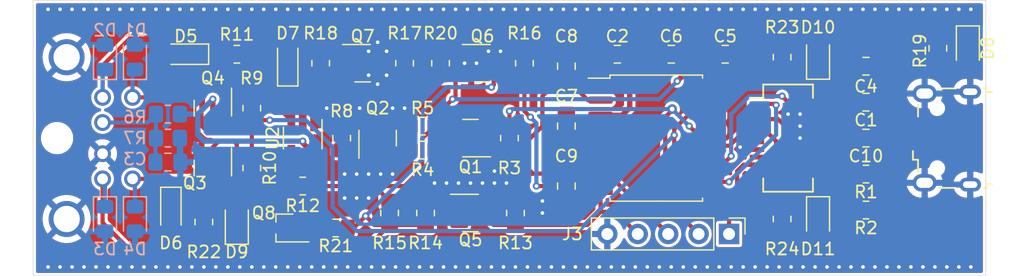
<source format=kicad_pcb>
(kicad_pcb (version 20211014) (generator pcbnew)
  (title_block (title "MiniRIB USB") (date "2022-10-12") (rev "C") (company "W3AXL") (comment 1 "USB adaption of the RLN4008B schematic"))
  (layers (0 "F.Cu" signal) (31 "B.Cu" signal) (34 "B.Paste" user) (35 "F.Paste" user) (36 "B.SilkS" user "B.Silkscreen") (37 "F.SilkS" user "F.Silkscreen") (38 "B.Mask" user) (39 "F.Mask" user) (44 "Edge.Cuts" user))
  (net 0 "")
  (net 1 "GND")
  (net 2 "+5V")
  (net 3 "Net-(C2-Pad1)")
  (net 4 "BIAS")
  (net 5 "TXD")
  (net 6 "Net-(C2-Pad2)")
  (net 7 "RXD")
  (net 8 "Net-(C7-Pad1)")
  (net 9 "BUS-")
  (net 10 "~{BUSY}")
  (net 11 "BUSY")
  (net 12 "BUS+")
  (net 13 "Net-(C7-Pad2)")
  (net 14 "+8V")
  (net 15 "-8V")
  (net 16 "Net-(C10-Pad1)")
  (net 18 "Net-(J1-Pad2)")
  (net 19 "Net-(J1-Pad3)")
  (net 20 "Net-(Q1-Pad1)")
  (net 21 "Net-(Q2-Pad1)")
  (net 22 "Net-(D5-Pad1)")
  (net 23 "Net-(D6-Pad1)")
  (net 24 "Net-(Q5-Pad1)")
  (net 25 "Net-(D7-Pad1)")
  (net 26 "Net-(Q6-Pad1)")
  (net 27 "Net-(D8-Pad2)")
  (net 28 "Net-(R1-Pad1)")
  (net 29 "Net-(R2-Pad2)")
  (net 30 "Net-(D9-Pad1)")
  (net 31 "Net-(D9-Pad2)")
  (net 32 "~{TXLED}")
  (net 33 "Net-(D10-Pad2)")
  (net 34 "~{RXLED}")
  (net 35 "Net-(D11-Pad2)")
  (net 36 "DTR")
  (net 37 "CTS")
  (net 38 "Net-(Q2-Pad3)")
  (net 39 "Net-(Q8-Pad1)")
  (net 40 "Net-(R8-Pad1)")
  (net 41 "~{DTR_TTL}")
  (net 43 "RXD_TTL")
  (net 44 "~{CTS_TTL}")
  (net 49 "TXD_TTL")
  (footprint "Resistor_SMD:R_0805_2012Metric_Pad1.20x1.40mm_HandSolder" (layer "F.Cu") (at 118.25 102.5 90)
    (fp_text reference "R10")
    (fp_text value "9k1")
  )
  (footprint "Capacitor_SMD:C_0805_2012Metric_Pad1.18x1.45mm_HandSolder" (layer "F.Cu") (at 144.5 99 -90)
    (fp_text reference "C7")
    (fp_text value "1uF")
  )
  (footprint "Package_SO:SOIC-16W_7.5x10.3mm_P1.27mm" (layer "F.Cu") (at 152 100)
    (fp_text reference "U3" hide)
    (fp_text value "MAX232")
  )
  (footprint "Capacitor_SMD:C_0805_2012Metric_Pad1.18x1.45mm_HandSolder" (layer "F.Cu") (at 144.5 104 90)
    (fp_text reference "C9")
    (fp_text value "1uF")
  )
  (footprint "Connector_USB:USB_Micro-B_Wuerth_629105150521" (layer "F.Cu") (at 176.245 100.005 90)
    (fp_text reference "J1" hide)
    (fp_text value "USB_B_Micro")
  )
  (footprint "Resistor_SMD:R_0805_2012Metric_Pad1.20x1.40mm_HandSolder" (layer "F.Cu") (at 139.75 100 -90)
    (fp_text reference "R3")
    (fp_text value "1k5")
  )
  (footprint "Resistor_SMD:R_0805_2012Metric_Pad1.20x1.40mm_HandSolder" (layer "F.Cu") (at 134 93.75 90)
    (fp_text reference "R20")
    (fp_text value "10k")
  )
  (footprint "Capacitor_SMD:C_0805_2012Metric_Pad1.18x1.45mm_HandSolder" (layer "F.Cu") (at 153.25 93 180)
    (fp_text reference "C6")
    (fp_text value "1uF")
  )
  (footprint "Resistor_SMD:R_0805_2012Metric_Pad1.20x1.40mm_HandSolder" (layer "F.Cu") (at 169.5 103)
    (fp_text reference "R1")
    (fp_text value "22")
  )
  (footprint "Resistor_SMD:R_0805_2012Metric_Pad1.20x1.40mm_HandSolder" (layer "F.Cu") (at 132.75 106.25 90)
    (fp_text reference "R14")
    (fp_text value "10k")
  )
  (footprint "Diode_SMD:D_0805_2012Metric_Pad1.15x1.40mm_HandSolder" (layer "F.Cu") (at 165.5 93.225 90)
    (fp_text reference "D10")
    (fp_text value "TXD")
  )
  (footprint "Capacitor_SMD:C_0805_2012Metric_Pad1.18x1.45mm_HandSolder" (layer "F.Cu") (at 144.5 94 90)
    (fp_text reference "C8")
    (fp_text value "1uF")
  )
  (footprint "Resistor_SMD:R_0805_2012Metric_Pad1.20x1.40mm_HandSolder" (layer "F.Cu") (at 162.5 93.25 -90)
    (fp_text reference "R23")
    (fp_text value "1k5")
  )
  (footprint "Diode_SMD:D_SOD-323_HandSoldering" (layer "F.Cu") (at 121.25 93.75 90)
    (fp_text reference "D7")
    (fp_text value "1N4148")
  )
  (footprint "Package_TO_SOT_SMD:SOT-23-5_HandSoldering" (layer "F.Cu") (at 122.5 100 -90)
    (fp_text reference "U2")
    (fp_text value "TL071")
  )
  (footprint "Resistor_SMD:R_0805_2012Metric_Pad1.20x1.40mm_HandSolder" (layer "F.Cu") (at 140.25 106.25 90)
    (fp_text reference "R13")
    (fp_text value "1k5")
  )
  (footprint "Package_TO_SOT_SMD:SOT-23" (layer "F.Cu") (at 128.75 100 90)
    (fp_text reference "Q2")
    (fp_text value "MMBT3904")
  )
  (footprint "Capacitor_SMD:C_0805_2012Metric_Pad1.18x1.45mm_HandSolder" (layer "F.Cu") (at 148.75 93)
    (fp_text reference "C2")
    (fp_text value "1uF")
  )
  (footprint "Capacitor_SMD:C_0805_2012Metric_Pad1.18x1.45mm_HandSolder" (layer "F.Cu") (at 169.5 100)
    (fp_text reference "C10")
    (fp_text value "0.1uF")
  )
  (footprint "Resistor_SMD:R_0805_2012Metric_Pad1.20x1.40mm_HandSolder" (layer "F.Cu") (at 129.75 106.25 90)
    (fp_text reference "R15")
    (fp_text value "10k")
  )
  (footprint "Resistor_SMD:R_0805_2012Metric_Pad1.20x1.40mm_HandSolder" (layer "F.Cu") (at 132.5 99 180)
    (fp_text reference "R5")
    (fp_text value "10k")
  )
  (footprint "Diode_SMD:D_SOD-323_HandSoldering" (layer "F.Cu") (at 111.5 106 -90)
    (fp_text reference "D6")
    (fp_text value "1N4148")
  )
  (footprint "Resistor_SMD:R_0805_2012Metric_Pad1.20x1.40mm_HandSolder" (layer "F.Cu") (at 125.25 107.5)
    (fp_text reference "R21")
    (fp_text value "1k5")
  )
  (footprint "Resistor_SMD:R_0805_2012Metric_Pad1.20x1.40mm_HandSolder" (layer "F.Cu") (at 122.5 104 180)
    (fp_text reference "R12")
    (fp_text value "10k")
  )
  (footprint "Resistor_SMD:R_0805_2012Metric_Pad1.20x1.40mm_HandSolder" (layer "F.Cu") (at 141 93.75 -90)
    (fp_text reference "R16")
    (fp_text value "4k7")
  )
  (footprint "Diode_SMD:D_0805_2012Metric_Pad1.15x1.40mm_HandSolder" (layer "F.Cu") (at 117 107 90)
    (fp_text reference "D9")
    (fp_text value "BUSY")
  )
  (footprint "Resistor_SMD:R_0805_2012Metric_Pad1.20x1.40mm_HandSolder" (layer "F.Cu") (at 169.5 106 180)
    (fp_text reference "R2")
    (fp_text value "22")
  )
  (footprint "Resistor_SMD:R_0805_2012Metric_Pad1.20x1.40mm_HandSolder" (layer "F.Cu") (at 117 93)
    (fp_text reference "R11")
    (fp_text value "47k")
  )
  (footprint "Resistor_SMD:R_0805_2012Metric_Pad1.20x1.40mm_HandSolder" (layer "F.Cu") (at 124 93.75 90)
    (fp_text reference "R18")
    (fp_text value "20k")
  )
  (footprint "Capacitor_SMD:C_0805_2012Metric_Pad1.18x1.45mm_HandSolder" (layer "F.Cu") (at 157.75 93)
    (fp_text reference "C5")
    (fp_text value "0.1uF")
  )
  (footprint "Resistor_SMD:R_0805_2012Metric_Pad1.20x1.40mm_HandSolder" (layer "F.Cu") (at 175.5 92.5 -90)
    (fp_text reference "R19")
    (fp_text value "1k5")
  )
  (footprint "Resistor_SMD:R_0805_2012Metric_Pad1.20x1.40mm_HandSolder" (layer "F.Cu") (at 162.5 106.75 -90)
    (fp_text reference "R24")
    (fp_text value "1k5")
  )
  (footprint "Package_TO_SOT_SMD:SOT-23" (layer "F.Cu") (at 115 102.5 -90)
    (fp_text reference "Q3")
    (fp_text value "MMBT3904")
  )
  (footprint "Capacitor_SMD:C_0805_2012Metric_Pad1.18x1.45mm_HandSolder" (layer "F.Cu") (at 169.5 97 180)
    (fp_text reference "C1")
    (fp_text value "4.7uF")
  )
  (footprint "Diode_SMD:D_0805_2012Metric_Pad1.15x1.40mm_HandSolder" (layer "F.Cu") (at 165.5 106.75 -90)
    (fp_text reference "D11")
    (fp_text value "RXD")
  )
  (footprint "Connector_PinHeader_2.54mm:PinHeader_1x05_P2.54mm_Vertical" (layer "F.Cu") (at 158.075 108 -90)
    (fp_text reference "J3")
    (fp_text value "RS232")
  )
  (footprint "Package_TO_SOT_SMD:SOT-23" (layer "F.Cu") (at 136.5 100 180)
    (fp_text reference "Q1")
    (fp_text value "MMBT3906")
  )
  (footprint "Resistor_SMD:R_0805_2012Metric_Pad1.20x1.40mm_HandSolder" (layer "F.Cu") (at 131 93.75 -90)
    (fp_text reference "R17")
    (fp_text value "4k7")
  )
  (footprint "Package_SO:SSOP-20_3.9x8.7mm_P0.635mm" (layer "F.Cu") (at 163 100)
    (fp_text reference "U1" hide)
    (fp_text value "FT231XS")
  )
  (footprint "Package_TO_SOT_SMD:SOT-323_SC-70_Handsoldering" (layer "F.Cu") (at 121 107.5 180)
    (fp_text reference "Q8")
    (fp_text value "BSS138W")
  )
  (footprint "Package_TO_SOT_SMD:SOT-23" (layer "F.Cu") (at 137.5 93.75)
    (fp_text reference "Q6")
    (fp_text value "MMBT3904")
  )
  (footprint "Package_TO_SOT_SMD:SOT-23" (layer "F.Cu") (at 115 97.5 -90)
    (fp_text reference "Q4")
    (fp_text value "MMBT3904")
  )
  (footprint "Package_TO_SOT_SMD:SOT-23" (layer "F.Cu") (at 136.5 106.25)
    (fp_text reference "Q5")
    (fp_text value "MMBT3906")
  )
  (footprint "Capacitor_SMD:C_0805_2012Metric_Pad1.18x1.45mm_HandSolder" (layer "F.Cu") (at 169.5 94 180)
    (fp_text reference "C4")
    (fp_text value "0.1uF")
  )
  (footprint "Diode_SMD:D_SOD-323_HandSoldering" (layer "F.Cu") (at 112.75 93 180)
    (fp_text reference "D5")
    (fp_text value "1N4148")
  )
  (footprint "Package_TO_SOT_SMD:SOT-23" (layer "F.Cu") (at 127.5 93.75)
    (fp_text reference "Q7")
    (fp_text value "MMBT3904")
  )
  (footprint "Resistor_SMD:R_0805_2012Metric_Pad1.20x1.40mm_HandSolder" (layer "F.Cu") (at 118.25 97.5 -90)
    (fp_text reference "R9")
    (fp_text value "9k1")
  )
  (footprint "Resistor_SMD:R_0805_2012Metric_Pad1.20x1.40mm_HandSolder" (layer "F.Cu") (at 132.5 101 180)
    (fp_text reference "R4")
    (fp_text value "10k")
  )
  (footprint "Diode_SMD:D_0805_2012Metric_Pad1.15x1.40mm_HandSolder" (layer "F.Cu") (at 178 92.5 -90)
    (fp_text reference "D8")
    (fp_text value "PWR")
  )
  (footprint "MiniRIB-USB:KMDGX-6S-BS" (layer "F.Cu") (at 102 100 90)
    (fp_text reference "J2" hide)
    (fp_text value "Mini-DIN-6-Shielded")
  )
  (footprint "Resistor_SMD:R_0805_2012Metric_Pad1.20x1.40mm_HandSolder" (layer "F.Cu") (at 125.75 100 -90)
    (fp_text reference "R8")
    (fp_text value "20k")
  )
  (footprint "Resistor_SMD:R_0805_2012Metric_Pad1.20x1.40mm_HandSolder" (layer "F.Cu") (at 114.25 107 90)
    (fp_text reference "R22")
    (fp_text value "1k5")
  )
  (footprint "Diode_SMD:D_0805_2012Metric_Pad1.15x1.40mm_HandSolder" (layer "B.Cu") (at 106 106.75 -90)
    (fp_text reference "D3")
    (fp_text value "D_TVS")
  )
  (footprint "Diode_SMD:D_0805_2012Metric_Pad1.15x1.40mm_HandSolder" (layer "B.Cu") (at 108.5 106.75 -90)
    (fp_text reference "D4")
    (fp_text value "D_TVS")
  )
  (footprint "Resistor_SMD:R_0805_2012Metric_Pad1.20x1.40mm_HandSolder" (layer "B.Cu") (at 111.25 100)
    (fp_text reference "R7")
    (fp_text value "10k")
  )
  (footprint "Resistor_SMD:R_0805_2012Metric_Pad1.20x1.40mm_HandSolder" (layer "B.Cu") (at 111.25 98 180)
    (fp_text reference "R6")
    (fp_text value "39k")
  )
  (footprint "Capacitor_SMD:C_0805_2012Metric_Pad1.18x1.45mm_HandSolder" (layer "B.Cu") (at 111.25 102)
    (fp_text reference "C3")
    (fp_text value "220pF")
  )
  (footprint "Diode_SMD:D_0805_2012Metric_Pad1.15x1.40mm_HandSolder" (layer "B.Cu") (at 106 93.25 90)
    (fp_text reference "D2")
    (fp_text value "D_TVS")
  )
  (footprint "Diode_SMD:D_0805_2012Metric_Pad1.15x1.40mm_HandSolder" (layer "B.Cu") (at 108.5 93.25 90)
    (fp_text reference "D1")
    (fp_text value "D_TVS")
  )
  (gr_poly (pts (xy 179.5 111.5) (xy 100 111.5) (xy 100 88.5) (xy 179.5 88.5)) (layer "Edge.Cuts") (width 0.05) (fill none))
  (via (at 144.25 110.75) (size 0.6) (drill 0.3) (layers "F.Cu" "B.Cu") (net 1))
  (via (at 173.25 110.75) (size 0.6) (drill 0.3) (layers "F.Cu" "B.Cu") (net 1))
  (via (at 171.25 89.25) (size 0.6) (drill 0.3) (layers "F.Cu" "B.Cu") (net 1))
  (via (at 142.25 110.75) (size 0.6) (drill 0.3) (layers "F.Cu" "B.Cu") (net 1))
  (via (at 137.5 103.75) (size 0.6) (drill 0.3) (layers "F.Cu" "B.Cu") (net 1))
  (via (at 122.25 89.25) (size 0.6) (drill 0.3) (layers "F.Cu" "B.Cu") (net 1))
  (via (at 148.25 110.75) (size 0.6) (drill 0.3) (layers "F.Cu" "B.Cu") (net 1))
  (via (at 143.25 110.75) (size 0.6) (drill 0.3) (layers "F.Cu" "B.Cu") (net 1))
  (via (at 142.25 89.25) (size 0.6) (drill 0.3) (layers "F.Cu" "B.Cu") (net 1))
  (via (at 124.25 110.75) (size 0.6) (drill 0.3) (layers "F.Cu" "B.Cu") (net 1))
  (via (at 170.25 89.25) (size 0.6) (drill 0.3) (layers "F.Cu" "B.Cu") (net 1))
  (via (at 178.25 110.75) (size 0.6) (drill 0.3) (layers "F.Cu" "B.Cu") (net 1))
  (via (at 123.25 110.75) (size 0.6) (drill 0.3) (layers "F.Cu" "B.Cu") (net 1))
  (via (at 111.25 89.25) (size 0.6) (drill 0.3) (layers "F.Cu" "B.Cu") (net 1))
  (via (at 158.25 110.75) (size 0.6) (drill 0.3) (layers "F.Cu" "B.Cu") (net 1))
  (via (at 128 92.75) (size 0.6) (drill 0.3) (layers "F.Cu" "B.Cu") (net 1))
  (via (at 105.25 110.75) (size 0.6) (drill 0.3) (layers "F.Cu" "B.Cu") (net 1))
  (via (at 125.25 89.25) (size 0.6) (drill 0.3) (layers "F.Cu" "B.Cu") (net 1))
  (via (at 174.25 110.75) (size 0.6) (drill 0.3) (layers "F.Cu" "B.Cu") (net 1))
  (via (at 156.25 89.25) (size 0.6) (drill 0.3) (layers "F.Cu" "B.Cu") (net 1))
  (via (at 113.25 89.25) (size 0.6) (drill 0.3) (layers "F.Cu" "B.Cu") (net 1))
  (via (at 121.25 110.75) (size 0.6) (drill 0.3) (layers "F.Cu" "B.Cu") (net 1))
  (via (at 142.5 105.25) (size 0.6) (drill 0.3) (layers "F.Cu" "B.Cu") (net 1))
  (via (at 161.25 110.75) (size 0.6) (drill 0.3) (layers "F.Cu" "B.Cu") (net 1))
  (via (at 109.25 89.25) (size 0.6) (drill 0.3) (layers "F.Cu" "B.Cu") (net 1))
  (via (at 140.25 110.75) (size 0.6) (drill 0.3) (layers "F.Cu" "B.Cu") (net 1))
  (via (at 177.25 110.75) (size 0.6) (drill 0.3) (layers "F.Cu" "B.Cu") (net 1))
  (via (at 116.25 89.25) (size 0.6) (drill 0.3) (layers "F.Cu" "B.Cu") (net 1))
  (via (at 173.25 89.25) (size 0.6) (drill 0.3) (layers "F.Cu" "B.Cu") (net 1))
  (via (at 106.25 89.25) (size 0.6) (drill 0.3) (layers "F.Cu" "B.Cu") (net 1))
  (via (at 101.25 89.25) (size 0.6) (drill 0.3) (layers "F.Cu" "B.Cu") (net 1))
  (via (at 126 103) (size 0.6) (drill 0.3) (layers "F.Cu" "B.Cu") (net 1))
  (via (at 172.25 89.25) (size 0.6) (drill 0.3) (layers "F.Cu" "B.Cu") (net 1))
  (via (at 120.25 110.75) (size 0.6) (drill 0.3) (layers "F.Cu" "B.Cu") (net 1))
  (via (at 139.25 110.75) (size 0.6) (drill 0.3) (layers "F.Cu" "B.Cu") (net 1))
  (via (at 144.25 89.25) (size 0.6) (drill 0.3) (layers "F.Cu" "B.Cu") (net 1))
  (via (at 151.25 110.75) (size 0.6) (drill 0.3) (layers "F.Cu" "B.Cu") (net 1))
  (via (at 168.25 89.25) (size 0.6) (drill 0.3) (layers "F.Cu" "B.Cu") (net 1))
  (via (at 126.25 89.25) (size 0.6) (drill 0.3) (layers "F.Cu" "B.Cu") (net 1))
  (via (at 153.25 89.25) (size 0.6) (drill 0.3) (layers "F.Cu" "B.Cu") (net 1))
  (via (at 102.25 89.25) (size 0.6) (drill 0.3) (layers "F.Cu" "B.Cu") (net 1))
  (via (at 134.25 89.25) (size 0.6) (drill 0.3) (layers "F.Cu" "B.Cu") (net 1))
  (via (at 167.25 110.75) (size 0.6) (drill 0.3) (layers "F.Cu" "B.Cu") (net 1))
  (via (at 177.25 89.25) (size 0.6) (drill 0.3) (layers "F.Cu" "B.Cu") (net 1))
  (via (at 165.25 110.75) (size 0.6) (drill 0.3) (layers "F.Cu" "B.Cu") (net 1))
  (via (at 132.25 89.25) (size 0.6) (drill 0.3) (layers "F.Cu" "B.Cu") (net 1))
  (via (at 119.25 110.75) (size 0.6) (drill 0.3) (layers "F.Cu" "B.Cu") (net 1))
  (via (at 129 103) (size 0.6) (drill 0.3) (layers "F.Cu" "B.Cu") (net 1))
  (via (at 169.25 89.25) (size 0.6) (drill 0.3) (layers "F.Cu" "B.Cu") (net 1))
  (via (at 108.25 110.75) (size 0.6) (drill 0.3) (layers "F.Cu" "B.Cu") (net 1))
  (via (at 128.25 89.25) (size 0.6) (drill 0.3) (layers "F.Cu" "B.Cu") (net 1))
  (via (at 121.25 89.25) (size 0.6) (drill 0.3) (layers "F.Cu" "B.Cu") (net 1))
  (via (at 159.25 89.25) (size 0.6) (drill 0.3) (layers "F.Cu" "B.Cu") (net 1))
  (via (at 123.25 89.25) (size 0.6) (drill 0.3) (layers "F.Cu" "B.Cu") (net 1))
  (via (at 148.25 89.25) (size 0.6) (drill 0.3) (layers "F.Cu" "B.Cu") (net 1))
  (via (at 176.25 110.75) (size 0.6) (drill 0.3) (layers "F.Cu" "B.Cu") (net 1))
  (via (at 136.5 103.75) (size 0.6) (drill 0.3) (layers "F.Cu" "B.Cu") (net 1))
  (via (at 178.25 89.25) (size 0.6) (drill 0.3) (layers "F.Cu" "B.Cu") (net 1))
  (via (at 137.25 89.25) (size 0.6) (drill 0.3) (layers "F.Cu" "B.Cu") (net 1))
  (via (at 135.5 103.75) (size 0.6) (drill 0.3) (layers "F.Cu" "B.Cu") (net 1))
  (via (at 131 97.5) (size 0.6) (drill 0.3) (layers "F.Cu" "B.Cu") (net 1))
  (via (at 133.25 89.25) (size 0.6) (drill 0.3) (layers "F.Cu" "B.Cu") (net 1))
  (via (at 138.5 102.75) (size 0.6) (drill 0.3) (layers "F.Cu" "B.Cu") (net 1))
  (via (at 105.25 89.25) (size 0.6) (drill 0.3) (layers "F.Cu" "B.Cu") (net 1))
  (via (at 115.25 89.25) (size 0.6) (drill 0.3) (layers "F.Cu" "B.Cu") (net 1))
  (via (at 141.25 110.75) (size 0.6) (drill 0.3) (layers "F.Cu" "B.Cu") (net 1))
  (via (at 110.25 110.75) (size 0.6) (drill 0.3) (layers "F.Cu" "B.Cu") (net 1))
  (via (at 118.25 89.25) (size 0.6) (drill 0.3) (layers "F.Cu" "B.Cu") (net 1))
  (via (at 114.25 89.25) (size 0.6) (drill 0.3) (layers "F.Cu" "B.Cu") (net 1))
  (via (at 128.75 95.5) (size 0.6) (drill 0.3) (layers "F.Cu" "B.Cu") (net 1))
  (via (at 136.25 110.75) (size 0.6) (drill 0.3) (layers "F.Cu" "B.Cu") (net 1))
  (via (at 104.25 89.25) (size 0.6) (drill 0.3) (layers "F.Cu" "B.Cu") (net 1))
  (via (at 168.25 110.75) (size 0.6) (drill 0.3) (layers "F.Cu" "B.Cu") (net 1))
  (via (at 116.25 110.75) (size 0.6) (drill 0.3) (layers "F.Cu" "B.Cu") (net 1))
  (via (at 129.25 110.75) (size 0.6) (drill 0.3) (layers "F.Cu" "B.Cu") (net 1))
  (via (at 143.25 89.25) (size 0.6) (drill 0.3) (layers "F.Cu" "B.Cu") (net 1))
  (via (at 159.25 110.75) (size 0.6) (drill 0.3) (layers "F.Cu" "B.Cu") (net 1))
  (via (at 155.25 110.75) (size 0.6) (drill 0.3) (layers "F.Cu" "B.Cu") (net 1))
  (via (at 161.25 89.25) (size 0.6) (drill 0.3) (layers "F.Cu" "B.Cu") (net 1))
  (via (at 155.25 89.25) (size 0.6) (drill 0.3) (layers "F.Cu" "B.Cu") (net 1))
  (via (at 166.25 89.25) (size 0.6) (drill 0.3) (layers "F.Cu" "B.Cu") (net 1))
  (via (at 164 99) (size 0.6) (drill 0.3) (layers "F.Cu" "B.Cu") (net 1))
  (via (at 147.25 89.25) (size 0.6) (drill 0.3) (layers "F.Cu" "B.Cu") (net 1))
  (via (at 136.25 89.25) (size 0.6) (drill 0.3) (layers "F.Cu" "B.Cu") (net 1))
  (via (at 176.25 89.25) (size 0.6) (drill 0.3) (layers "F.Cu" "B.Cu") (net 1))
  (via (at 127 103) (size 0.6) (drill 0.3) (layers "F.Cu" "B.Cu") (net 1))
  (via (at 151.25 89.25) (size 0.6) (drill 0.3) (layers "F.Cu" "B.Cu") (net 1))
  (via (at 128.75 92) (size 0.6) (drill 0.3) (layers "F.Cu" "B.Cu") (net 1))
  (via (at 107.25 110.75) (size 0.6) (drill 0.3) (layers "F.Cu" "B.Cu") (net 1))
  (via (at 172.25 110.75) (size 0.6) (drill 0.3) (layers "F.Cu" "B.Cu") (net 1))
  (via (at 126.25 110.75) (size 0.6) (drill 0.3) (layers "F.Cu" "B.Cu") (net 1))
  (via (at 147.25 110.75) (size 0.6) (drill 0.3) (layers "F.Cu" "B.Cu") (net 1))
  (via (at 136 93.75) (size 0.6) (drill 0.3) (layers "F.Cu" "B.Cu") (net 1))
  (via (at 124.25 89.25) (size 0.6) (drill 0.3) (layers "F.Cu" "B.Cu") (net 1))
  (via (at 169.25 110.75) (size 0.6) (drill 0.3) (layers "F.Cu" "B.Cu") (net 1))
  (via (at 138 92.75) (size 0.6) (drill 0.3) (layers "F.Cu" "B.Cu") (net 1))
  (via (at 133.5 103.75) (size 0.6) (drill 0.3) (layers "F.Cu" "B.Cu") (net 1))
  (via (at 103.25 89.25) (size 0.6) (drill 0.3) (layers "F.Cu" "B.Cu") (net 1))
  (via (at 117.25 110.75) (size 0.6) (drill 0.3) (layers "F.Cu" "B.Cu") (net 1))
  (via (at 164.25 89.25) (size 0.6) (drill 0.3) (layers "F.Cu" "B.Cu") (net 1))
  (via (at 135.25 110.75) (size 0.6) (drill 0.3) (layers "F.Cu" "B.Cu") (net 1))
  (via (at 129.5 94.75) (size 0.6) (drill 0.3) (layers "F.Cu" "B.Cu") (net 1))
  (via (at 157.25 110.75) (size 0.6) (drill 0.3) (layers "F.Cu" "B.Cu") (net 1))
  (via (at 114.25 110.75) (size 0.6) (drill 0.3) (layers "F.Cu" "B.Cu") (net 1))
  (via (at 133.25 110.75) (size 0.6) (drill 0.3) (layers "F.Cu" "B.Cu") (net 1))
  (via (at 130.25 89.25) (size 0.6) (drill 0.3) (layers "F.Cu" "B.Cu") (net 1))
  (via (at 104.25 110.75) (size 0.6) (drill 0.3) (layers "F.Cu" "B.Cu") (net 1))
  (via (at 149.25 89.25) (size 0.6) (drill 0.3) (layers "F.Cu" "B.Cu") (net 1))
  (via (at 131.25 89.25) (size 0.6) (drill 0.3) (layers "F.Cu" "B.Cu") (net 1))
  (via (at 145.25 110.75) (size 0.6) (drill 0.3) (layers "F.Cu" "B.Cu") (net 1))
  (via (at 160.25 89.25) (size 0.6) (drill 0.3) (layers "F.Cu" "B.Cu") (net 1))
  (via (at 112.25 89.25) (size 0.6) (drill 0.3) (layers "F.Cu" "B.Cu") (net 1))
  (via (at 111.25 110.75) (size 0.6) (drill 0.3) (layers "F.Cu" "B.Cu") (net 1))
  (via (at 152.25 110.75) (size 0.6) (drill 0.3) (layers "F.Cu" "B.Cu") (net 1))
  (via (at 164.25 110.75) (size 0.6) (drill 0.3) (layers "F.Cu" "B.Cu") (net 1))
  (via (at 141.25 89.25) (size 0.6) (drill 0.3) (layers "F.Cu" "B.Cu") (net 1))
  (via (at 137 93.75) (size 0.6) (drill 0.3) (layers "F.Cu" "B.Cu") (net 1))
  (via (at 137.25 110.75) (size 0.6) (drill 0.3) (layers "F.Cu" "B.Cu") (net 1))
  (via (at 128.25 110.75) (size 0.6) (drill 0.3) (layers "F.Cu" "B.Cu") (net 1))
  (via (at 149.25 110.75) (size 0.6) (drill 0.3) (layers "F.Cu" "B.Cu") (net 1))
  (via (at 129.25 89.25) (size 0.6) (drill 0.3) (layers "F.Cu" "B.Cu") (net 1))
  (via (at 135.25 89.25) (size 0.6) (drill 0.3) (layers "F.Cu" "B.Cu") (net 1))
  (via (at 130 97.5) (size 0.6) (drill 0.3) (layers "F.Cu" "B.Cu") (net 1))
  (via (at 175.25 89.25) (size 0.6) (drill 0.3) (layers "F.Cu" "B.Cu") (net 1))
  (via (at 150.25 110.75) (size 0.6) (drill 0.3) (layers "F.Cu" "B.Cu") (net 1))
  (via (at 138.5 103.75) (size 0.6) (drill 0.3) (layers "F.Cu" "B.Cu") (net 1))
  (via (at 131.25 110.75) (size 0.6) (drill 0.3) (layers "F.Cu" "B.Cu") (net 1))
  (via (at 156.25 110.75) (size 0.6) (drill 0.3) (layers "F.Cu" "B.Cu") (net 1))
  (via (at 128 94.75) (size 0.6) (drill 0.3) (layers "F.Cu" "B.Cu") (net 1))
  (via (at 112.25 110.75) (size 0.6) (drill 0.3) (layers "F.Cu" "B.Cu") (net 1))
  (via (at 175.25 110.75) (size 0.6) (drill 0.3) (layers "F.Cu" "B.Cu") (net 1))
  (via (at 160.25 110.75) (size 0.6) (drill 0.3) (layers "F.Cu" "B.Cu") (net 1))
  (via (at 162.25 89.25) (size 0.6) (drill 0.3) (layers "F.Cu" "B.Cu") (net 1))
  (via (at 138.25 110.75) (size 0.6) (drill 0.3) (layers "F.Cu" "B.Cu") (net 1))
  (via (at 138.25 89.25) (size 0.6) (drill 0.3) (layers "F.Cu" "B.Cu") (net 1))
  (via (at 130 103) (size 0.6) (drill 0.3) (layers "F.Cu" "B.Cu") (net 1))
  (via (at 134.25 110.75) (size 0.6) (drill 0.3) (layers "F.Cu" "B.Cu") (net 1))
  (via (at 150.25 89.25) (size 0.6) (drill 0.3) (layers "F.Cu" "B.Cu") (net 1))
  (via (at 142.5 106.25) (size 0.6) (drill 0.3) (layers "F.Cu" "B.Cu") (net 1))
  (via (at 127.25 97.5) (size 0.6) (drill 0.3) (layers "F.Cu" "B.Cu") (net 1))
  (via (at 159 100.75) (size 0.6) (drill 0.3) (layers "F.Cu" "B.Cu") (net 1))
  (via (at 139 92.75) (size 0.6) (drill 0.3) (layers "F.Cu" "B.Cu") (net 1))
  (via (at 120.25 89.25) (size 0.6) (drill 0.3) (layers "F.Cu" "B.Cu") (net 1))
  (via (at 108.25 89.25) (size 0.6) (drill 0.3) (layers "F.Cu" "B.Cu") (net 1))
  (via (at 107.25 89.25) (size 0.6) (drill 0.3) (layers "F.Cu" "B.Cu") (net 1))
  (via (at 139.5 103.75) (size 0.6) (drill 0.3) (layers "F.Cu" "B.Cu") (net 1))
  (via (at 118.25 110.75) (size 0.6) (drill 0.3) (layers "F.Cu" "B.Cu") (net 1))
  (via (at 134.5 103.75) (size 0.6) (drill 0.3) (layers "F.Cu" "B.Cu") (net 1))
  (via (at 129.5 92.75) (size 0.6) (drill 0.3) (layers "F.Cu" "B.Cu") (net 1))
  (via (at 171.25 110.75) (size 0.6) (drill 0.3) (layers "F.Cu" "B.Cu") (net 1))
  (via (at 146.25 110.75) (size 0.6) (drill 0.3) (layers "F.Cu" "B.Cu") (net 1))
  (via (at 162.25 110.75) (size 0.6) (drill 0.3) (layers "F.Cu" "B.Cu") (net 1))
  (via (at 128 105) (size 0.6) (drill 0.3) (layers "F.Cu" "B.Cu") (net 1))
  (via (at 163 98) (size 0.6) (drill 0.3) (layers "F.Cu" "B.Cu") (net 1))
  (via (at 153.25 110.75) (size 0.6) (drill 0.3) (layers "F.Cu" "B.Cu") (net 1))
  (via (at 164 98) (size 0.6) (drill 0.3) (layers "F.Cu" "B.Cu") (net 1))
  (via (at 127 105) (size 0.6) (drill 0.3) (layers "F.Cu" "B.Cu") (net 1))
  (via (at 101.25 110.75) (size 0.6) (drill 0.3) (layers "F.Cu" "B.Cu") (net 1))
  (via (at 124.5 97.5) (size 0.6) (drill 0.3) (layers "F.Cu" "B.Cu") (net 1))
  (via (at 117.25 89.25) (size 0.6) (drill 0.3) (layers "F.Cu" "B.Cu") (net 1))
  (via (at 140.25 89.25) (size 0.6) (drill 0.3) (layers "F.Cu" "B.Cu") (net 1))
  (via (at 130.25 110.75) (size 0.6) (drill 0.3) (layers "F.Cu" "B.Cu") (net 1))
  (via (at 154.25 89.25) (size 0.6) (drill 0.3) (layers "F.Cu" "B.Cu") (net 1))
  (via (at 165.25 89.25) (size 0.6) (drill 0.3) (layers "F.Cu" "B.Cu") (net 1))
  (via (at 115.25 110.75) (size 0.6) (drill 0.3) (layers "F.Cu" "B.Cu") (net 1))
  (via (at 122.25 110.75) (size 0.6) (drill 0.3) (layers "F.Cu" "B.Cu") (net 1))
  (via (at 132.25 110.75) (size 0.6) (drill 0.3) (layers "F.Cu" "B.Cu") (net 1))
  (via (at 157.25 89.25) (size 0.6) (drill 0.3) (layers "F.Cu" "B.Cu") (net 1))
  (via (at 170.25 110.75) (size 0.6) (drill 0.3) (layers "F.Cu" "B.Cu") (net 1))
  (via (at 164 100) (size 0.6) (drill 0.3) (layers "F.Cu" "B.Cu") (net 1))
  (via (at 146.25 89.25) (size 0.6) (drill 0.3) (layers "F.Cu" "B.Cu") (net 1))
  (via (at 139.25 89.25) (size 0.6) (drill 0.3) (layers "F.Cu" "B.Cu") (net 1))
  (via (at 102.25 110.75) (size 0.6) (drill 0.3) (layers "F.Cu" "B.Cu") (net 1))
  (via (at 167.25 89.25) (size 0.6) (drill 0.3) (layers "F.Cu" "B.Cu") (net 1))
  (via (at 119.25 89.25) (size 0.6) (drill 0.3) (layers "F.Cu" "B.Cu") (net 1))
  (via (at 158.25 89.25) (size 0.6) (drill 0.3) (layers "F.Cu" "B.Cu") (net 1))
  (via (at 127.25 110.75) (size 0.6) (drill 0.3) (layers "F.Cu" "B.Cu") (net 1))
  (via (at 166.25 110.75) (size 0.6) (drill 0.3) (layers "F.Cu" "B.Cu") (net 1))
  (via (at 106.25 110.75) (size 0.6) (drill 0.3) (layers "F.Cu" "B.Cu") (net 1))
  (via (at 103.25 110.75) (size 0.6) (drill 0.3) (layers "F.Cu" "B.Cu") (net 1))
  (via (at 110.25 89.25) (size 0.6) (drill 0.3) (layers "F.Cu" "B.Cu") (net 1))
  (via (at 145.25 89.25) (size 0.6) (drill 0.3) (layers "F.Cu" "B.Cu") (net 1))
  (via (at 152.25 89.25) (size 0.6) (drill 0.3) (layers "F.Cu" "B.Cu") (net 1))
  (via (at 113.25 110.75) (size 0.6) (drill 0.3) (layers "F.Cu" "B.Cu") (net 1))
  (via (at 154.25 110.75) (size 0.6) (drill 0.3) (layers "F.Cu" "B.Cu") (net 1))
  (via (at 127.25 89.25) (size 0.6) (drill 0.3) (layers "F.Cu" "B.Cu") (net 1))
  (via (at 163.25 89.25) (size 0.6) (drill 0.3) (layers "F.Cu" "B.Cu") (net 1))
  (via (at 126 105) (size 0.6) (drill 0.3) (layers "F.Cu" "B.Cu") (net 1))
  (via (at 125.25 110.75) (size 0.6) (drill 0.3) (layers "F.Cu" "B.Cu") (net 1))
  (via (at 163.25 110.75) (size 0.6) (drill 0.3) (layers "F.Cu" "B.Cu") (net 1))
  (via (at 109.25 110.75) (size 0.6) (drill 0.3) (layers "F.Cu" "B.Cu") (net 1))
  (via (at 174.25 89.25) (size 0.6) (drill 0.3) (layers "F.Cu" "B.Cu") (net 1))
  (via (at 128 103) (size 0.6) (drill 0.3) (layers "F.Cu" "B.Cu") (net 1))
  (segment (start 174.345 101.305) (end 175.445 101.305) (width 0.45) (layer "F.Cu") (net 2))
  (segment (start 122 105.5) (end 123.5 104) (width 0.35) (layer "F.Cu") (net 2))
  (segment (start 175.445 101.305) (end 176.5 100.25) (width 0.45) (layer "F.Cu") (net 2))
  (segment (start 156.65 95.555) (end 156.65 93.0625) (width 0.45) (layer "F.Cu") (net 2))
  (segment (start 166.55 100.3175) (end 167.5 99.3675) (width 0.35) (layer "F.Cu") (net 2))
  (segment (start 156.65 93.0625) (end 156.7125 93) (width 0.45) (layer "F.Cu") (net 2))
  (segment (start 123.45 101.35) (end 123.45 103.95) (width 0.35) (layer "F.Cu") (net 2))
  (segment (start 133.5 99) (end 132.47452 100.02548) (width 0.35) (layer "F.Cu") (net 2))
  (segment (start 176.5 108) (end 175.25 109.25) (width 0.45) (layer "F.Cu") (net 2))
  (segment (start 176.5 95) (end 176 94.5) (width 0.45) (layer "F.Cu") (net 2))
  (segment (start 175.5 94) (end 176 94.5) (width 0.35) (layer "F.Cu") (net 2))
  (segment (start 156.65 95.555) (end 161.195 95.555) (width 0.45) (layer "F.Cu") (net 2))
  (segment (start 168.4625 96.0375) (end 168.4625 97) (width 0.45) (layer "F.Cu") (net 2))
  (segment (start 116.3 104.977817) (end 117.977817 104.977817) (width 0.35) (layer "F.Cu") (net 2))
  (segment (start 169 95.5) (end 168.4625 94.9625) (width 0.45) (layer "F.Cu") (net 2))
  (segment (start 175.481761 101.305) (end 176.5 102.323239) (width 0.45) (layer "F.Cu") (net 2))
  (segment (start 123.45 103.95) (end 123.5 104) (width 0.35) (layer "F.Cu") (net 2))
  (segment (start 169 95.5) (end 168.4625 96.0375) (width 0.45) (layer "F.Cu") (net 2))
  (segment (start 133.5 99) (end 133.5 98.25) (width 0.35) (layer "F.Cu") (net 2))
  (segment (start 134.683204 93.75) (end 135.25 94.316796) (width 0.35) (layer "F.Cu") (net 2))
  (segment (start 154.2875 93) (end 154.2875 94.7125) (width 0.45) (layer "F.Cu") (net 2))
  (segment (start 131 104) (end 128.5 104) (width 0.35) (layer "F.Cu") (net 2))
  (segment (start 165.6 100.3175) (end 166.55 100.3175) (width 0.35) (layer "F.Cu") (net 2))
  (segment (start 175.25 109.25) (end 164 109.25) (width 0.45) (layer "F.Cu") (net 2))
  (segment (start 167.5 97.9625) (end 168.4625 97) (width 0.35) (layer "F.Cu") (net 2))
  (segment (start 128.4375 93.75) (end 134.683204 93.75) (width 0.35) (layer "F.Cu") (net 2))
  (segment (start 163.24952 93.25048) (end 162.5 94) (width 0.45) (layer "F.Cu") (net 2))
  (segment (start 167.71298 93.25048) (end 163.24952 93.25048) (width 0.45) (layer "F.Cu") (net 2))
  (segment (start 135.25 96.5) (end 135 96.75) (width 0.35) (layer "F.Cu") (net 2))
  (segment (start 168.4625 94) (end 167.71298 93.25048) (width 0.45) (layer "F.Cu") (net 2))
  (segment (start 129.75 105.25) (end 128.5 104) (width 0.35) (layer "F.Cu") (net 2))
  (segment (start 167.5 99.3675) (end 167.5 97.9625) (width 0.35) (layer "F.Cu") (net 2))
  (segment (start 132.47452 100.02548) (end 132.47452 102.52548) (width 0.35) (layer "F.Cu") (net 2))
  (segment (start 164 109.25) (end 162.5 107.75) (width 0.45) (layer "F.Cu") (net 2))
  (segment (start 122.5 100.25) (end 122.5 100.4) (width 0.45) (layer "F.Cu") (net 2))
  (segment (start 135.25 94.316796) (end 135.25 96.5) (width 0.35) (layer "F.Cu") (net 2))
  (segment (start 176 94.5) (end 173 94.5) (width 0.45) (layer "F.Cu") (net 2))
  (segment (start 175.445 101.305) (end 175.481761 101.305) (width 0.45) (layer "F.Cu") (net 2))
  (segment (start 168.4625 94.9625) (end 168.4625 94) (width 0.45) (layer "F.Cu") (net 2))
  (segment (start 172 95.5) (end 169 95.5) (width 0.45) (layer "F.Cu") (net 2))
  (segment (start 176.5 102.323239) (end 176.5 108) (width 0.45) (layer "F.Cu") (net 2))
  (segment (start 132.47452 102.52548) (end 131 104) (width 0.35) (layer "F.Cu") (net 2))
  (segment (start 161.195 95.555) (end 162.5 94.25) (width 0.45) (layer "F.Cu") (net 2))
  (segment (start 154.2875 94.7125) (end 153.75 95.25) (width 0.45) (layer "F.Cu") (net 2))
  (segment (start 114.25 106) (end 115.277818 106) (width 0.35) (layer "F.Cu") (net 2))
  (segment (start 122.5 100.4) (end 123.45 101.35) (width 0.45) (layer "F.Cu") (net 2))
  (segment (start 115 96.75) (end 115 98.4375) (width 0.45) (layer "F.Cu") (net 2))
  (segment (start 128.5 104) (end 123.5 104) (width 0.35) (layer "F.Cu") (net 2))
  (segment (start 118.5 105.5) (end 122 105.5) (width 0.35) (layer "F.Cu") (net 2))
  (segment (start 173 94.5) (end 172 95.5) (width 0.45) (layer "F.Cu") (net 2))
  (segment (start 175.5 93.5) (end 175.5 94) (width 0.35) (layer "F.Cu") (net 2))
  (segment (start 162.5 94) (end 162.5 94.25) (width 0.45) (layer "F.Cu") (net 2))
  (segment (start 115.277818 106) (end 116.3 104.977817) (width 0.35) (layer "F.Cu") (net 2))
  (segment (start 133.5 98.25) (end 135 96.75) (width 0.35) (layer "F.Cu") (net 2))
  (segment (start 176.5 100.25) (end 176.5 95) (width 0.45) (layer "F.Cu") (net 2))
  (segment (start 117.977817 104.977817) (end 118.5 105.5) (width 0.35) (layer "F.Cu") (net 2))
  (segment (start 156.7125 93) (end 154.2875 93) (width 0.45) (layer "F.Cu") (net 2))
  (via (at 135 96.75) (size 0.6) (drill 0.3) (layers "F.Cu" "B.Cu") (net 2))
  (via (at 153.75 95.25) (size 0.6) (drill 0.3) (layers "F.Cu" "B.Cu") (net 2))
  (via (at 115 96.75) (size 0.6) (drill 0.3) (layers "F.Cu" "B.Cu") (net 2))
  (via (at 122.5 100.25) (size 0.6) (drill 0.3) (layers "F.Cu" "B.Cu") (net 2))
  (segment (start 152.25 96.75) (end 153.75 95.25) (width 0.35) (layer "B.Cu") (net 2))
  (segment (start 113.75 99.75) (end 114.25 100.25) (width 0.45) (layer "B.Cu") (net 2))
  (segment (start 113.75 98) (end 115 96.75) (width 0.45) (layer "B.Cu") (net 2))
  (segment (start 113.75 98) (end 113.75 99.75) (width 0.45) (layer "B.Cu") (net 2))
  (segment (start 135 96.75) (end 152.25 96.75) (width 0.35) (layer "B.Cu") (net 2))
  (segment (start 114.25 100.25) (end 122.5 100.25) (width 0.45) (layer "B.Cu") (net 2))
  (segment (start 112.25 98) (end 113.75 98) (width 0.45) (layer "B.Cu") (net 2))
  (segment (start 147.7125 93) (end 147.7125 95.1925) (width 0.35) (layer "F.Cu") (net 3))
  (segment (start 147.7125 95.1925) (end 147.35 95.555) (width 0.35) (layer "F.Cu") (net 3))
  (segment (start 110.25 100) (end 110.25 98) (width 0.35) (layer "B.Cu") (net 4))
  (segment (start 109.55 98.7) (end 110.25 98) (width 0.35) (layer "B.Cu") (net 4))
  (segment (start 105.8 98.7) (end 109.55 98.7) (width 0.35) (layer "B.Cu") (net 4))
  (segment (start 110.2125 100.0375) (end 110.25 100) (width 0.35) (layer "B.Cu") (net 4))
  (segment (start 110.2125 102) (end 110.2125 100.0375) (width 0.35) (layer "B.Cu") (net 4))
  (segment (start 153.5 104.25) (end 155 105.75) (width 0.35) (layer "F.Cu") (net 5))
  (segment (start 158.075 106.325) (end 158.075 108) (width 0.35) (layer "F.Cu") (net 5))
  (segment (start 118.25 98.5) (end 118.25 101.5) (width 0.35) (layer "F.Cu") (net 5))
  (segment (start 154.655 98.095) (end 153.5 99.25) (width 0.35) (layer "F.Cu") (net 5))
  (segment (start 155 105.75) (end 157.5 105.75) (width 0.35) (layer "F.Cu") (net 5))
  (segment (start 153.5 99.75) (end 153.5 104.25) (width 0.35) (layer "F.Cu") (net 5))
  (segment (start 157.5 105.75) (end 158.075 106.325) (width 0.35) (layer "F.Cu") (net 5))
  (segment (start 153.5 99.25) (end 153.5 99.75) (width 0.35) (layer "F.Cu") (net 5))
  (segment (start 156.65 98.095) (end 154.655 98.095) (width 0.35) (layer "F.Cu") (net 5))
  (segment (start 118.25 98.5) (end 119.75 98.5) (width 0.35) (layer "F.Cu") (net 5))
  (via (at 119.75 98.5) (size 0.6) (drill 0.3) (layers "F.Cu" "B.Cu") (net 5))
  (via (at 153.5 99.75) (size 0.6) (drill 0.3) (layers "F.Cu" "B.Cu") (net 5))
  (segment (start 127 107.75) (end 125 105.75) (width 0.35) (layer "B.Cu") (net 5))
  (segment (start 125 105.75) (end 125 100.75) (width 0.35) (layer "B.Cu") (net 5))
  (segment (start 122.75 98.5) (end 119.75 98.5) (width 0.35) (layer "B.Cu") (net 5))
  (segment (start 153.5 99.75) (end 145.5 107.75) (width 0.35) (layer "B.Cu") (net 5))
  (segment (start 145.5 107.75) (end 127 107.75) (width 0.35) (layer "B.Cu") (net 5))
  (segment (start 125 100.75) (end 122.75 98.5) (width 0.35) (layer "B.Cu") (net 5))
  (segment (start 149.7875 97.4625) (end 149.155 98.095) (width 0.45) (layer "F.Cu") (net 6))
  (segment (start 149.155 98.095) (end 147.35 98.095) (width 0.45) (layer "F.Cu") (net 6))
  (segment (start 149.7875 93) (end 149.7875 97.4625) (width 0.45) (layer "F.Cu") (net 6))
  (segment (start 152.75 98.25) (end 152.75 105.215) (width 0.35) (layer "F.Cu") (net 7))
  (segment (start 153.325489 97.575489) (end 153.325489 97.674511) (width 0.35) (layer "F.Cu") (net 7))
  (segment (start 155.115 99.365) (end 154.75 99) (width 0.35) (layer "F.Cu") (net 7))
  (segment (start 156.65 99.365) (end 155.115 99.365) (width 0.35) (layer "F.Cu") (net 7))
  (segment (start 135.5625 98.9375) (end 136.5 98) (width 0.35) (layer "F.Cu") (net 7))
  (segment (start 152.75 105.215) (end 155.535 108) (width 0.35) (layer "F.Cu") (net 7))
  (segment (start 136.5 98) (end 138.75 98) (width 0.35) (layer "F.Cu") (net 7))
  (segment (start 139.75 99) (end 139.75 97.75) (width 0.35) (layer "F.Cu") (net 7))
  (segment (start 135.5625 100) (end 135.5625 98.9375) (width 0.35) (layer "F.Cu") (net 7))
  (segment (start 138.75 98) (end 139.75 99) (width 0.35) (layer "F.Cu") (net 7))
  (segment (start 153.325489 97.674511) (end 152.75 98.25) (width 0.35) (layer "F.Cu") (net 7))
  (via (at 153.325489 97.575489) (size 0.8) (drill 0.4) (layers "F.Cu" "B.Cu") (net 7))
  (via (at 139.75 97.75) (size 0.6) (drill 0.3) (layers "F.Cu" "B.Cu") (net 7))
  (via (at 154.75 99) (size 0.6) (drill 0.3) (layers "F.Cu" "B.Cu") (net 7))
  (segment (start 139.75 97.75) (end 139.924511 97.575489) (width 0.35) (layer "B.Cu") (net 7))
  (segment (start 153.325489 97.575489) (end 154.75 99) (width 0.35) (layer "B.Cu") (net 7))
  (segment (start 139.924511 97.575489) (end 153.325489 97.575489) (width 0.35) (layer "B.Cu") (net 7))
  (segment (start 145.9025 99.365) (end 144.5 97.9625) (width 0.35) (layer "F.Cu") (net 8))
  (segment (start 147.35 99.365) (end 145.9025 99.365) (width 0.35) (layer "F.Cu") (net 8))
  (segment (start 121.55 98.65) (end 121.55 98.55) (width 0.35) (layer "F.Cu") (net 9))
  (segment (start 114.0125 96.6) (end 108.3 96.6) (width 0.35) (layer "F.Cu") (net 9))
  (segment (start 114.05 98.966783) (end 114.05 96.5625) (width 0.35) (layer "F.Cu") (net 9))
  (segment (start 114.632737 99.54952) (end 114.05 98.966783) (width 0.35) (layer "F.Cu") (net 9))
  (segment (start 117.5 97.5) (end 115.45048 99.54952) (width 0.35) (layer "F.Cu") (net 9))
  (segment (start 114.05 96.5625) (end 114.0125 96.6) (width 0.35) (layer "F.Cu") (net 9))
  (segment (start 120.5 97.5) (end 117.5 97.5) (width 0.35) (layer "F.Cu") (net 9))
  (segment (start 115.45048 99.54952) (end 114.632737 99.54952) (width 0.35) (layer "F.Cu") (net 9))
  (segment (start 121.55 98.55) (end 120.5 97.5) (width 0.35) (layer "F.Cu") (net 9))
  (segment (start 108.3 94.475) (end 108.5 94.275) (width 0.35) (layer "B.Cu") (net 9))
  (segment (start 108.3 96.6) (end 108.3 94.475) (width 0.35) (layer "B.Cu") (net 9))
  (segment (start 120.25 96.5) (end 119.5 95.75) (width 0.35) (layer "F.Cu") (net 10))
  (segment (start 105.75 94) (end 105.8 94.05) (width 0.35) (layer "F.Cu") (net 10))
  (segment (start 126.5625 95.1875) (end 125.25 96.5) (width 0.35) (layer "F.Cu") (net 10))
  (segment (start 132.25 96.5) (end 125.25 96.5) (width 0.35) (layer "F.Cu") (net 10))
  (segment (start 126.5625 94.7) (end 126.5625 95.1875) (width 0.35) (layer "F.Cu") (net 10))
  (segment (start 105.8 94.05) (end 105.8 96.6) (width 0.35) (layer "F.Cu") (net 10))
  (segment (start 119.5 91.25) (end 119.25 91) (width 0.35) (layer "F.Cu") (net 10))
  (segment (start 119.5 95.75) (end 119.5 91.25) (width 0.35) (layer "F.Cu") (net 10))
  (segment (start 134 94.75) (end 132.25 96.5) (width 0.35) (layer "F.Cu") (net 10))
  (segment (start 108.75 91) (end 105.75 94) (width 0.35) (layer "F.Cu") (net 10))
  (segment (start 125.25 96.5) (end 120.25 96.5) (width 0.35) (layer "F.Cu") (net 10))
  (segment (start 119.25 91) (end 108.75 91) (width 0.35) (layer "F.Cu") (net 10))
  (segment (start 105.8 94.475) (end 106 94.275) (width 0.35) (layer "B.Cu") (net 10))
  (segment (start 105.8 96.6) (end 105.8 94.475) (width 0.35) (layer "B.Cu") (net 10))
  (segment (start 129.75 107.25) (end 132.75 107.25) (width 0.35) (layer "F.Cu") (net 11))
  (segment (start 129.75 107.25) (end 128.5 107.25) (width 0.35) (layer "F.Cu") (net 11))
  (segment (start 105.8 103.4) (end 105.8 107.05) (width 0.35) (layer "F.Cu") (net 11))
  (segment (start 138.4375 95.5625) (end 138.25 95.75) (width 0.35) (layer "F.Cu") (net 11))
  (segment (start 105.8 107.05) (end 108 109.25) (width 0.35) (layer "F.Cu") (net 11))
  (segment (start 126.25 107.5) (end 126.75 107.5) (width 0.35) (layer "F.Cu") (net 11))
  (segment (start 108 109.25) (end 127.75 109.25) (width 0.35) (layer "F.Cu") (net 11))
  (segment (start 138.4375 93.75) (end 138.4375 95.5625) (width 0.35) (layer "F.Cu") (net 11))
  (segment (start 126.75 107.5) (end 127.75 106.5) (width 0.35) (layer "F.Cu") (net 11))
  (segment (start 127.75 109.25) (end 129.75 107.25) (width 0.35) (layer "F.Cu") (net 11))
  (segment (start 128.5 107.25) (end 127.75 106.5) (width 0.35) (layer "F.Cu") (net 11))
  (via (at 138.25 95.75) (size 0.6) (drill 0.3) (layers "F.Cu" "B.Cu") (net 11))
  (via (at 127.75 106.5) (size 0.6) (drill 0.3) (layers "F.Cu" "B.Cu") (net 11))
  (segment (start 132.5 101.75) (end 127.75 106.5) (width 0.35) (layer "B.Cu") (net 11))
  (segment (start 138.25 95.75) (end 134.5 95.75) (width 0.35) (layer "B.Cu") (net 11))
  (segment (start 134.5 95.75) (end 132.5 97.75) (width 0.35) (layer "B.Cu") (net 11))
  (segment (start 132.5 97.75) (end 132.5 101.75) (width 0.35) (layer "B.Cu") (net 11))
  (segment (start 106 105.725) (end 106 103.6) (width 0.35) (layer "B.Cu") (net 11))
  (segment (start 106 103.6) (end 105.8 103.4) (width 0.35) (layer "B.Cu") (net 11))
  (segment (start 121.55 101.7) (end 120.72452 102.52548) (width 0.35) (layer "F.Cu") (net 12))
  (segment (start 121.5 103.30096) (end 120.72452 102.52548) (width 0.35) (layer "F.Cu") (net 12))
  (segment (start 115.5 100.25) (end 115 100.75) (width 0.35) (layer "F.Cu") (net 12))
  (segment (start 121.5 104) (end 121.5 103.30096) (width 0.35) (layer "F.Cu") (net 12))
  (segment (start 117 102) (end 117 100.5) (width 0.35) (layer "F.Cu") (net 12))
  (segment (start 108.3 103.4) (end 114.9625 103.4) (width 0.35) (layer "F.Cu") (net 12))
  (segment (start 115 100.75) (end 115 103.4375) (width 0.35) (layer "F.Cu") (net 12))
  (segment (start 117 100.5) (end 116.75 100.25) (width 0.35) (layer "F.Cu") (net 12))
  (segment (start 120.72452 102.52548) (end 117.52548 102.52548) (width 0.35) (layer "F.Cu") (net 12))
  (segment (start 114.9625 103.4) (end 115 103.4375) (width 0.35) (layer "F.Cu") (net 12))
  (segment (start 117.52548 102.52548) (end 117 102) (width 0.35) (layer "F.Cu") (net 12))
  (segment (start 116.75 100.25) (end 115.5 100.25) (width 0.35) (layer "F.Cu") (net 12))
  (segment (start 121.55 101.35) (end 121.55 101.7) (width 0.35) (layer "F.Cu") (net 12))
  (segment (start 108.5 105.725) (end 108.5 103.6) (width 0.35) (layer "B.Cu") (net 12))
  (segment (start 108.5 103.6) (end 108.3 103.4) (width 0.35) (layer "B.Cu") (net 12))
  (segment (start 147.35 100.635) (end 145.0975 100.635) (width 0.35) (layer "F.Cu") (net 13))
  (segment (start 145.0975 100.635) (end 144.5 100.0375) (width 0.35) (layer "F.Cu") (net 13))
  (segment (start 138.36202 99.97452) (end 141.52548 99.97452) (width 0.35) (layer "F.Cu") (net 14))
  (segment (start 146.2875 96.825) (end 144.5 95.0375) (width 0.35) (layer "F.Cu") (net 14))
  (segment (start 138.54952 101.45048) (end 138.54952 100.16202) (width 0.35) (layer "F.Cu") (net 14))
  (segment (start 138.31875 99.93125) (end 138.36202 99.97452) (width 0.35) (layer "F.Cu") (net 14))
  (segment (start 141.52548 99.97452) (end 142.5 99) (width 0.35) (layer "F.Cu") (net 14))
  (segment (start 131.97452 106.22452) (end 131.5 105.75) (width 0.35) (layer "F.Cu") (net 14))
  (segment (start 131.5 104.277138) (end 133.277138 102.5) (width 0.35) (layer "F.Cu") (net 14))
  (segment (start 134.58702 106.22452) (end 131.97452 106.22452) (width 0.35) (layer "F.Cu") (net 14))
  (segment (start 138.54952 100.16202) (end 138.31875 99.93125) (width 0.35) (layer "F.Cu") (net 14))
  (segment (start 135.5625 107.2) (end 134.58702 106.22452) (width 0.35) (layer "F.Cu") (net 14))
  (segment (start 137.5 102.5) (end 138.54952 101.45048) (width 0.35) (layer "F.Cu") (net 14))
  (segment (start 143.9625 95.0375) (end 144.5 95.0375) (width 0.35) (layer "F.Cu") (net 14))
  (segment (start 138.31875 99.93125) (end 137.4375 99.05) (width 0.35) (layer "F.Cu") (net 14))
  (segment (start 142.5 99) (end 142.5 96.5) (width 0.35) (layer "F.Cu") (net 14))
  (segment (start 133.277138 102.5) (end 137.5 102.5) (width 0.35) (layer "F.Cu") (net 14))
  (segment (start 147.35 96.825) (end 146.2875 96.825) (width 0.35) (layer "F.Cu") (net 14))
  (segment (start 142.5 96.5) (end 143.9625 95.0375) (width 0.35) (layer "F.Cu") (net 14))
  (segment (start 131.5 105.75) (end 131.5 104.277138) (width 0.35) (layer "F.Cu") (net 14))
  (segment (start 141.7125 102.9625) (end 141.5375 102.9625) (width 0.35) (layer "F.Cu") (net 15))
  (segment (start 141.7125 102.9625) (end 139.75 101) (width 0.35) (layer "F.Cu") (net 15))
  (segment (start 140.25 104.25) (end 140.25 105.25) (width 0.35) (layer "F.Cu") (net 15))
  (segment (start 145.5575 101.905) (end 144.5 102.9625) (width 0.35) (layer "F.Cu") (net 15))
  (segment (start 144.5 102.9625) (end 141.7125 102.9625) (width 0.35) (layer "F.Cu") (net 15))
  (segment (start 141.5375 102.9625) (end 140.25 104.25) (width 0.35) (layer "F.Cu") (net 15))
  (segment (start 147.35 101.905) (end 145.5575 101.905) (width 0.35) (layer "F.Cu") (net 15))
  (segment (start 165.6 100.9525) (end 163.7025 100.9525) (width 0.35) (layer "F.Cu") (net 16))
  (segment (start 167.51 100.9525) (end 168.4625 100) (width 0.35) (layer "F.Cu") (net 16))
  (segment (start 165.6 100.9525) (end 165.6 101.5875) (width 0.35) (layer "F.Cu") (net 16))
  (segment (start 163 100.25) (end 163 99.25) (width 0.35) (layer "F.Cu") (net 16))
  (segment (start 165.6 100.9525) (end 167.51 100.9525) (width 0.35) (layer "F.Cu") (net 16))
  (segment (start 163.7025 100.9525) (end 163 100.25) (width 0.35) (layer "F.Cu") (net 16))
  (segment (start 163 99.25) (end 162.1625 98.4125) (width 0.35) (layer "F.Cu") (net 16))
  (segment (start 162.1625 98.4125) (end 160.4 98.4125) (width 0.35) (layer "F.Cu") (net 16))
  (segment (start 172.29952 104.20048) (end 172.29952 101.20048) (width 0.35) (layer "F.Cu") (net 18))
  (segment (start 170.5 106) (end 172.29952 104.20048) (width 0.35) (layer "F.Cu") (net 18))
  (segment (start 172.845 100.655) (end 174.345 100.655) (width 0.35) (layer "F.Cu") (net 18))
  (segment (start 172.29952 101.20048) (end 172.845 100.655) (width 0.35) (layer "F.Cu") (net 18))
  (segment (start 171 103) (end 170.5 103) (width 0.35) (layer "F.Cu") (net 19))
  (segment (start 172.495 100.005) (end 172.49 100) (width 0.35) (layer "F.Cu") (net 19))
  (segment (start 171.75 100.25) (end 171.75 102.25) (width 0.35) (layer "F.Cu") (net 19))
  (segment (start 174.345 100.005) (end 172.495 100.005) (width 0.35) (layer "F.Cu") (net 19))
  (segment (start 172 100) (end 171.75 100.25) (width 0.35) (layer "F.Cu") (net 19))
  (segment (start 172.49 100) (end 172 100) (width 0.35) (layer "F.Cu") (net 19))
  (segment (start 171.75 102.25) (end 171 103) (width 0.35) (layer "F.Cu") (net 19))
  (segment (start 133.55 100.95) (end 133.5 101) (width 0.35) (layer "F.Cu") (net 20))
  (segment (start 137.4375 100.95) (end 133.55 100.95) (width 0.35) (layer "F.Cu") (net 20))
  (segment (start 127.8 100.9375) (end 125.8125 100.9375) (width 0.35) (layer "F.Cu") (net 21))
  (segment (start 125.8125 100.9375) (end 125.75 101) (width 0.35) (layer "F.Cu") (net 21))
  (segment (start 118.25 96.5) (end 116.0125 96.5) (width 0.35) (layer "F.Cu") (net 22))
  (segment (start 114 93) (end 116 93) (width 0.35) (layer "F.Cu") (net 22))
  (segment (start 116 96.5125) (end 116 93) (width 0.35) (layer "F.Cu") (net 22))
  (segment (start 116.0125 96.5) (end 115.95 96.5625) (width 0.35) (layer "F.Cu") (net 22))
  (segment (start 115.95 96.5625) (end 116 96.5125) (width 0.35) (layer "F.Cu") (net 22))
  (segment (start 111.5 104.75) (end 115.75 104.75) (width 0.35) (layer "F.Cu") (net 23))
  (segment (start 115.95 102.95) (end 115.95 101.5625) (width 0.35) (layer "F.Cu") (net 23))
  (segment (start 115.75 104.75) (end 116.5 104) (width 0.35) (layer "F.Cu") (net 23))
  (segment (start 116.5 103.5) (end 115.95 102.95) (width 0.35) (layer "F.Cu") (net 23))
  (segment (start 118.25 103.5) (end 116.5 103.5) (width 0.35) (layer "F.Cu") (net 23))
  (segment (start 116.5 104) (end 116.5 103.5) (width 0.35) (layer "F.Cu") (net 23))
  (segment (start 132.8 105.3) (end 132.75 105.25) (width 0.35) (layer "F.Cu") (net 24))
  (segment (start 135.5625 105.3) (end 132.8 105.3) (width 0.35) (layer "F.Cu") (net 24))
  (segment (start 126.5625 92.6875) (end 128.5 90.75) (width 0.35) (layer "F.Cu") (net 25))
  (segment (start 123.75 95) (end 124 94.75) (width 0.35) (layer "F.Cu") (net 25))
  (segment (start 121.25 95) (end 123.75 95) (width 0.35) (layer "F.Cu") (net 25))
  (segment (start 124.6125 94.75) (end 126.5625 92.8) (width 0.35) (layer "F.Cu") (net 25))
  (segment (start 139 90.75) (end 141 92.75) (width 0.35) (layer "F.Cu") (net 25))
  (segment (start 124 94.75) (end 124.6125 94.75) (width 0.35) (layer "F.Cu") (net 25))
  (segment (start 128.5 90.75) (end 139 90.75) (width 0.35) (layer "F.Cu") (net 25))
  (segment (start 126.5625 92.8) (end 126.5625 92.6875) (width 0.35) (layer "F.Cu") (net 25))
  (segment (start 134.05 92.8) (end 134 92.75) (width 0.35) (layer "F.Cu") (net 26))
  (segment (start 131 92.75) (end 134 92.75) (width 0.35) (layer "F.Cu") (net 26))
  (segment (start 136.5625 92.8) (end 134.05 92.8) (width 0.35) (layer "F.Cu") (net 26))
  (segment (start 177.525 93.525) (end 175.5 91.5) (width 0.35) (layer "F.Cu") (net 27))
  (segment (start 178 93.525) (end 177.525 93.525) (width 0.35) (layer "F.Cu") (net 27))
  (segment (start 168.5 103) (end 165.7425 103) (width 0.35) (layer "F.Cu") (net 28))
  (segment (start 165.7425 103) (end 165.6 102.8575) (width 0.35) (layer "F.Cu") (net 28))
  (segment (start 168.5 106) (end 169.47452 105.02548) (width 0.35) (layer "F.Cu") (net 29))
  (segment (start 166.514022 102.2225) (end 165.6 102.2225) (width 0.35) (layer "F.Cu") (net 29))
  (segment (start 169.47452 102.291316) (end 169.108684 101.92548) (width 0.35) (layer "F.Cu") (net 29))
  (segment (start 169.47452 105.02548) (end 169.47452 102.291316) (width 0.35) (layer "F.Cu") (net 29))
  (segment (start 166.811042 101.92548) (end 166.514022 102.2225) (width 0.35) (layer "F.Cu") (net 29))
  (segment (start 169.108684 101.92548) (end 166.811042 101.92548) (width 0.35) (layer "F.Cu") (net 29))
  (segment (start 119.67 107.5) (end 117.275 107.5) (width 0.35) (layer "F.Cu") (net 30))
  (segment (start 117.275 107.5) (end 117 107.775) (width 0.35) (layer "F.Cu") (net 30))
  (segment (start 114.25 108) (end 116.275 105.975) (width 0.35) (layer "F.Cu") (net 31))
  (segment (start 116.275 105.975) (end 117 105.975) (width 0.35) (layer "F.Cu") (net 31))
  (segment (start 165.5 94.25) (end 166.95048 95.70048) (width 0.35) (layer "F.Cu") (net 32))
  (segment (start 165.6 99.0475) (end 166.65298 99.0475) (width 0.35) (layer "F.Cu") (net 32))
  (segment (start 166.95048 95.70048) (end 166.95048 98.75) (width 0.35) (layer "F.Cu") (net 32))
  (segment (start 166.95048 98.75) (end 166.65298 99.0475) (width 0.35) (layer "F.Cu") (net 32))
  (segment (start 162.5 92.25) (end 165.45 92.25) (width 0.35) (layer "F.Cu") (net 33))
  (segment (start 165.45 92.25) (end 165.5 92.2) (width 0.35) (layer "F.Cu") (net 33))
  (segment (start 162.572011 102.797011) (end 165.5 105.725) (width 0.35) (layer "F.Cu") (net 34))
  (segment (start 160.4 102.8575) (end 160.4 102.85) (width 0.35) (layer "F.Cu") (net 34))
  (segment (start 160.452989 102.797011) (end 162.572011 102.797011) (width 0.35) (layer "F.Cu") (net 34))
  (segment (start 160.4 102.85) (end 160.452989 102.797011) (width 0.35) (layer "F.Cu") (net 34))
  (segment (start 164.525 107.775) (end 165.5 107.775) (width 0.35) (layer "F.Cu") (net 35))
  (segment (start 162.5 105.75) (end 164.525 107.775) (width 0.35) (layer "F.Cu") (net 35))
  (segment (start 142 104) (end 145.5 104) (width 0.35) (layer "F.Cu") (net 36))
  (segment (start 146.325 103.175) (end 147.35 103.175) (width 0.35) (layer "F.Cu") (net 36))
  (segment (start 141 97.75) (end 141.5 98.25) (width 0.35) (layer "F.Cu") (net 36))
  (segment (start 147.35 103.175) (end 148.17 103.175) (width 0.35) (layer "F.Cu") (net 36))
  (segment (start 148.17 103.175) (end 152.995 108) (width 0.35) (layer "F.Cu") (net 36))
  (segment (start 141 94.75) (end 141 97.75) (width 0.35) (layer "F.Cu") (net 36))
  (segment (start 145.5 104) (end 146.325 103.175) (width 0.35) (layer "F.Cu") (net 36))
  (via (at 142 104) (size 0.6) (drill 0.3) (layers "F.Cu" "B.Cu") (net 36))
  (via (at 141.5 98.25) (size 0.6) (drill 0.3) (layers "F.Cu" "B.Cu") (net 36))
  (segment (start 142 98.75) (end 142 104) (width 0.35) (layer "B.Cu") (net 36))
  (segment (start 141.5 98.25) (end 142 98.75) (width 0.35) (layer "B.Cu") (net 36))
  (segment (start 146.25 107.25) (end 147.35 106.15) (width 0.35) (layer "F.Cu") (net 37))
  (segment (start 140.25 107.25) (end 146.25 107.25) (width 0.35) (layer "F.Cu") (net 37))
  (segment (start 138.4375 107.25) (end 137.4375 106.25) (width 0.35) (layer "F.Cu") (net 37))
  (segment (start 148.59 106.15) (end 147.35 106.15) (width 0.35) (layer "F.Cu") (net 37))
  (segment (start 147.35 106.15) (end 147.35 104.445) (width 0.35) (layer "F.Cu") (net 37))
  (segment (start 150.69 108.25) (end 148.59 106.15) (width 0.35) (layer "F.Cu") (net 37))
  (segment (start 140.25 107.25) (end 138.4375 107.25) (width 0.35) (layer "F.Cu") (net 37))
  (segment (start 131.5 101) (end 131.5 99) (width 0.35) (layer "F.Cu") (net 38))
  (segment (start 131.5 99) (end 128.8125 99) (width 0.35) (layer "F.Cu") (net 38))
  (segment (start 128.8125 99) (end 128.75 99.0625) (width 0.35) (layer "F.Cu") (net 38))
  (segment (start 122.33 108.15) (end 123.6 108.15) (width 0.35) (layer "F.Cu") (net 39))
  (segment (start 123.6 108.15) (end 124.25 107.5) (width 0.35) (layer "F.Cu") (net 39))
  (segment (start 125.75 99) (end 123.8 99) (width 0.35) (layer "F.Cu") (net 40))
  (segment (start 123.8 99) (end 123.45 98.65) (width 0.35) (layer "F.Cu") (net 40))
  (segment (start 161.8925 97.1425) (end 162 97.25) (width 0.35) (layer "F.Cu") (net 41))
  (segment (start 157.123056 103.648056) (end 156.65 103.175) (width 0.35) (layer "F.Cu") (net 41))
  (segment (start 158.0755 103.648056) (end 157.123056 103.648056) (width 0.35) (layer "F.Cu") (net 41))
  (segment (start 160.4 97.1425) (end 161.8925 97.1425) (width 0.35) (layer "F.Cu") (net 41))
  (via (at 158.0755 103.648056) (size 0.6) (drill 0.3) (layers "F.Cu" "B.Cu") (net 41))
  (via (at 162 97.25) (size 0.6) (drill 0.3) (layers "F.Cu" "B.Cu") (net 41))
  (segment (start 162 97.25) (end 162 99.723556) (width 0.35) (layer "B.Cu") (net 41))
  (segment (start 162 99.723556) (end 158.0755 103.648056) (width 0.35) (layer "B.Cu") (net 41))
  (segment (start 158.115 100.635) (end 159.7025 99.0475) (width 0.35) (layer "F.Cu") (net 43))
  (segment (start 159.7025 99.0475) (end 160.4 99.0475) (width 0.35) (layer "F.Cu") (net 43))
  (segment (start 156.65 100.635) (end 158.115 100.635) (width 0.35) (layer "F.Cu") (net 43))
  (segment (start 158.305 104.445) (end 158.75 104) (width 0.35) (layer "F.Cu") (net 44))
  (segment (start 161.5275 102.2225) (end 162 101.75) (width 0.35) (layer "F.Cu") (net 44))
  (segment (start 158.75 104) (end 158.75 102.75) (width 0.35) (layer "F.Cu") (net 44))
  (segment (start 161.4325 99.6825) (end 160.4 99.6825) (width 0.35) (layer "F.Cu") (net 44))
  (segment (start 160.4 102.2225) (end 161.5275 102.2225) (width 0.35) (layer "F.Cu") (net 44))
  (segment (start 162 101.75) (end 162 100.25) (width 0.35) (layer "F.Cu") (net 44))
  (segment (start 162 100.25) (end 161.4325 99.6825) (width 0.35) (layer "F.Cu") (net 44))
  (segment (start 158.75 102.75) (end 159.2775 102.2225) (width 0.35) (layer "F.Cu") (net 44))
  (segment (start 159.2775 102.2225) (end 160.4 102.2225) (width 0.35) (layer "F.Cu") (net 44))
  (segment (start 156.65 104.445) (end 158.305 104.445) (width 0.35) (layer "F.Cu") (net 44))
  (segment (start 163.1425 97.1425) (end 162.5 96.5) (width 0.35) (layer "F.Cu") (net 49))
  (segment (start 157.845 101.905) (end 158.25 101.5) (width 0.35) (layer "F.Cu") (net 49))
  (segment (start 165.6 97.1425) (end 163.1425 97.1425) (width 0.35) (layer "F.Cu") (net 49))
  (segment (start 156.65 101.905) (end 157.845 101.905) (width 0.35) (layer "F.Cu") (net 49))
  (via (at 162.5 96.5) (size 0.6) (drill 0.3) (layers "F.Cu" "B.Cu") (net 49))
  (via (at 158.25 101.5) (size 0.6) (drill 0.3) (layers "F.Cu" "B.Cu") (net 49))
  (segment (start 158.25 98) (end 159.75 96.5) (width 0.35) (layer "B.Cu") (net 49))
  (segment (start 158.25 101.5) (end 158.25 98) (width 0.35) (layer "B.Cu") (net 49))
  (segment (start 159.75 96.5) (end 162.5 96.5) (width 0.35) (layer "B.Cu") (net 49))
  (zone (net 1) (net_name "GND") (layer "F.Cu") (connect_pads (clearance 0.25)) (min_thickness 0.254) (fill yes (thermal_gap 0.508) (thermal_bridge_width 0.508))
    (polygon (pts (xy 179.5 111.5) (xy 100 111.5) (xy 100 88.5) (xy 179.5 88.5)))
  )
  (zone (net 1) (net_name "GND") (layer "B.Cu") (connect_pads (clearance 0.25)) (min_thickness 0.254) (fill yes (thermal_gap 0.508) (thermal_bridge_width 0.508))
    (polygon (pts (xy 179.5 111.5) (xy 100 111.5) (xy 100 88.5) (xy 179.5 88.5)))
  )
)
</source>
